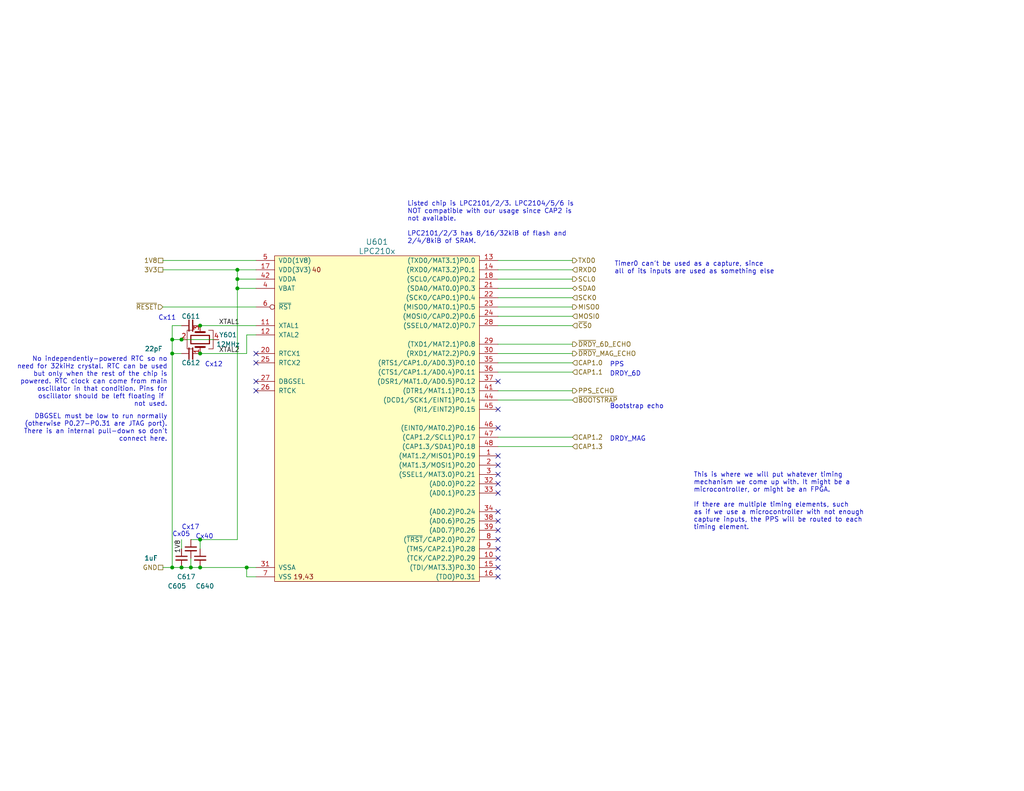
<source format=kicad_sch>
(kicad_sch (version 20230121) (generator eeschema)
  (paper "USLetter")
  (title_block (title "Rollercoasterometer") (date "2022-10-07") (company "Kwan Systems"))
  (lib_symbols
    (symbol "Device:C_Small" (pin_numbers hide) (pin_names (offset 0.254) hide)
      (property "Reference" "C" (at 0.254 1.778 0))
      (property "Value" "C_Small" (at 0.254 -2.032 0))
      (symbol "C_Small_0_1"
        (polyline (pts (xy -1.524 -0.508) (xy 1.524 -0.508)) (stroke (width 0.3302)))
        (polyline (pts (xy -1.524 0.508) (xy 1.524 0.508)) (stroke (width 0.3048)))
      )
      (symbol "C_Small_1_1"
        (pin passive line (at 0 2.54 270) (length 2.032) (name "~") (number "1"))
        (pin passive line (at 0 -2.54 90) (length 2.032) (name "~") (number "2"))
      )
    )
    (symbol "Device:Crystal_GND24" (pin_names (offset 1.016) hide)
      (property "Reference" "Y" (at 3.175 5.08 0))
      (property "Value" "Crystal_GND24" (at 3.175 3.175 0))
      (symbol "Crystal_GND24_0_1"
        (rectangle (start -1.143 2.54) (end 1.143 -2.54) (stroke (width 0.3048)))
        (polyline (pts (xy -2.54 0) (xy -2.032 0)))
        (polyline (pts (xy -2.032 -1.27) (xy -2.032 1.27)) (stroke (width 0.508)))
        (polyline (pts (xy 0 -3.81) (xy 0 -3.556)))
        (polyline (pts (xy 0 3.556) (xy 0 3.81)))
        (polyline (pts (xy 2.032 -1.27) (xy 2.032 1.27)) (stroke (width 0.508)))
        (polyline (pts (xy 2.032 0) (xy 2.54 0)))
        (polyline (pts (xy -2.54 -2.286) (xy -2.54 -3.556) (xy 2.54 -3.556) (xy 2.54 -2.286)))
        (polyline (pts (xy -2.54 2.286) (xy -2.54 3.556) (xy 2.54 3.556) (xy 2.54 2.286)))
      )
      (symbol "Crystal_GND24_1_1"
        (pin passive line (at -3.81 0 0) (length 1.27) (name "1") (number "1"))
        (pin passive line (at 0 5.08 270) (length 1.27) (name "2") (number "2"))
        (pin passive line (at 3.81 0 180) (length 1.27) (name "3") (number "3"))
        (pin passive line (at 0 -5.08 90) (length 1.27) (name "4") (number "4"))
      )
    )
    (symbol "KwanSystems:LPC2103" (pin_names (offset 1.016))
      (property "Reference" "U1201" (at 33.02 38.3741 0))
      (property "Value" "LPC2103" (at 33.02 35.3807 0))
      (symbol "LPC2103_0_0"
        (text "19,43" (at 10.16 -53.34 0) (effects (font (size 1.27 1.27)) (justify left)))
        (text "40" (at 16.51 30.48 0) (effects (font (size 1.27 1.27))))
      )
      (symbol "LPC2103_0_1"
        (rectangle (start 5.08 34.29) (end 60.96 -54.61) (fill (type background)))
      )
      (symbol "LPC2103_1_1"
        (pin bidirectional line (at 66.04 -20.32 180) (length 5.08) (name "(MAT1.2/MISO1)P0.19") (number "1"))
        (pin bidirectional line (at 66.04 -48.26 180) (length 5.08) (name "(TCK/CAP2.2)P0.29") (number "10"))
        (pin input line (at 0 15.24 0) (length 5.08) (name "XTAL1") (number "11"))
        (pin output line (at 0 12.7 0) (length 5.08) (name "XTAL2") (number "12"))
        (pin bidirectional line (at 66.04 33.02 180) (length 5.08) (name "(TXD0/MAT3.1)P0.0") (number "13"))
        (pin bidirectional line (at 66.04 30.48 180) (length 5.08) (name "(RXD0/MAT3.2)P0.1") (number "14"))
        (pin bidirectional line (at 66.04 -50.8 180) (length 5.08) (name "(TDI/MAT3.3)P0.30") (number "15"))
        (pin bidirectional line (at 66.04 -53.34 180) (length 5.08) (name "(TDO)P0.31") (number "16"))
        (pin power_in line (at 0 30.48 0) (length 5.08) (name "VDD(3V3)") (number "17"))
        (pin bidirectional line (at 66.04 27.94 180) (length 5.08) (name "(SCL0/CAP0.0)P0.2") (number "18"))
        (pin power_in line (at 0 -53.34 0) (length 5.08) hide (name "VSS") (number "19"))
        (pin bidirectional line (at 66.04 -22.86 180) (length 5.08) (name "(MAT1.3/MOSI1)P0.20") (number "2"))
        (pin input line (at 0 7.62 0) (length 5.08) (name "RTCX1") (number "20"))
        (pin bidirectional line (at 66.04 25.4 180) (length 5.08) (name "(SDA0/MAT0.0)P0.3") (number "21"))
        (pin bidirectional line (at 66.04 22.86 180) (length 5.08) (name "(SCK0/CAP0.1)P0.4") (number "22"))
        (pin bidirectional line (at 66.04 20.32 180) (length 5.08) (name "(MISO0/MAT0.1)P0.5") (number "23"))
        (pin bidirectional line (at 66.04 17.78 180) (length 5.08) (name "(MOSI0/CAP0.2)P0.6") (number "24"))
        (pin output line (at 0 5.08 0) (length 5.08) (name "RTCX2") (number "25"))
        (pin bidirectional line (at 0 -2.54 0) (length 5.08) (name "RTCK") (number "26"))
        (pin input line (at 0 0 0) (length 5.08) (name "DBGSEL") (number "27"))
        (pin bidirectional line (at 66.04 15.24 180) (length 5.08) (name "(SSEL0/MAT2.0)P0.7") (number "28"))
        (pin bidirectional line (at 66.04 10.16 180) (length 5.08) (name "(TXD1/MAT2.1)P0.8") (number "29"))
        (pin bidirectional line (at 66.04 -25.4 180) (length 5.08) (name "(SSEL1/MAT3.0)P0.21") (number "3"))
        (pin bidirectional line (at 66.04 7.62 180) (length 5.08) (name "(RXD1/MAT2.2)P0.9") (number "30"))
        (pin power_in line (at 0 -50.8 0) (length 5.08) (name "VSSA") (number "31"))
        (pin bidirectional line (at 66.04 -27.94 180) (length 5.08) (name "(AD0.0)P0.22") (number "32"))
        (pin bidirectional line (at 66.04 -30.48 180) (length 5.08) (name "(AD0.1)P0.23") (number "33"))
        (pin bidirectional line (at 66.04 -35.56 180) (length 5.08) (name "(AD0.2)P0.24") (number "34"))
        (pin bidirectional line (at 66.04 5.08 180) (length 5.08) (name "(RTS1/CAP1.0/AD0.3)P0.10") (number "35"))
        (pin bidirectional line (at 66.04 2.54 180) (length 5.08) (name "(CTS1/CAP1.1/AD0.4)P0.11") (number "36"))
        (pin bidirectional line (at 66.04 0 180) (length 5.08) (name "(DSR1/MAT1.0/AD0.5)P0.12") (number "37"))
        (pin bidirectional line (at 66.04 -38.1 180) (length 5.08) (name "(AD0.6)P0.25") (number "38"))
        (pin bidirectional line (at 66.04 -40.64 180) (length 5.08) (name "(AD0.7)P0.26") (number "39"))
        (pin power_in line (at 0 25.4 0) (length 5.08) (name "VBAT") (number "4"))
        (pin power_in line (at 0 30.48 0) (length 5.08) hide (name "VDD(3V3)") (number "40"))
        (pin bidirectional line (at 66.04 -2.54 180) (length 5.08) (name "(DTR1/MAT1.1)P0.13") (number "41"))
        (pin power_in line (at 0 27.94 0) (length 5.08) (name "VDDA") (number "42"))
        (pin power_in line (at 0 -53.34 0) (length 5.08) hide (name "VSS") (number "43"))
        (pin bidirectional line (at 66.04 -5.08 180) (length 5.08) (name "(DCD1/SCK1/EINT1)P0.14") (number "44"))
        (pin bidirectional line (at 66.04 -7.62 180) (length 5.08) (name "(RI1/EINT2)P0.15") (number "45"))
        (pin bidirectional line (at 66.04 -12.7 180) (length 5.08) (name "(EINT0/MAT0.2)P0.16") (number "46"))
        (pin bidirectional line (at 66.04 -15.24 180) (length 5.08) (name "(CAP1.2/SCL1)P0.17") (number "47"))
        (pin bidirectional line (at 66.04 -17.78 180) (length 5.08) (name "(CAP1.3/SDA1)P0.18") (number "48"))
        (pin power_in line (at 0 33.02 0) (length 5.08) (name "VDD(1V8)") (number "5"))
        (pin bidirectional inverted (at 0 20.32 0) (length 5.08) (name "~{RST}") (number "6"))
        (pin power_in line (at 0 -53.34 0) (length 5.08) (name "VSS") (number "7"))
        (pin bidirectional line (at 66.04 -43.18 180) (length 5.08) (name "(~{TRST}/CAP2.0)P0.27") (number "8"))
        (pin bidirectional line (at 66.04 -45.72 180) (length 5.08) (name "(TMS/CAP2.1)P0.28") (number "9"))
      )
    )
  )
  (junction (at 49.53 92.71))
  (junction (at 46.99 154.94))
  (junction (at 54.61 147.32))
  (junction (at 54.61 154.94))
  (junction (at 52.07 154.94))
  (junction (at 46.99 92.71))
  (junction (at 46.99 96.52))
  (junction (at 49.53 154.94))
  (junction (at 64.77 76.2))
  (junction (at 54.61 96.52))
  (junction (at 64.77 78.74))
  (junction (at 54.61 88.9))
  (junction (at 67.31 154.94))
  (junction (at 64.77 73.66))
  (no_connect (at 135.89 124.46))
  (no_connect (at 135.89 127))
  (no_connect (at 135.89 129.54))
  (no_connect (at 135.89 132.08))
  (no_connect (at 135.89 134.62))
  (no_connect (at 135.89 139.7))
  (no_connect (at 135.89 142.24))
  (no_connect (at 135.89 104.14))
  (no_connect (at 135.89 111.76))
  (no_connect (at 135.89 116.84))
  (no_connect (at 135.89 152.4))
  (no_connect (at 69.85 104.14))
  (no_connect (at 69.85 99.06))
  (no_connect (at 135.89 154.94))
  (no_connect (at 69.85 96.52))
  (no_connect (at 69.85 106.68))
  (no_connect (at 135.89 147.32))
  (no_connect (at 135.89 149.86))
  (no_connect (at 135.89 157.48))
  (no_connect (at 135.89 144.78))
  (wire (pts (xy 135.89 73.66) (xy 156.21 73.66)))
  (wire (pts (xy 54.61 147.32) (xy 54.61 149.86)))
  (wire (pts (xy 64.77 76.2) (xy 69.85 76.2)))
  (wire (pts (xy 135.89 99.06) (xy 156.21 99.06)))
  (wire (pts (xy 49.53 88.9) (xy 46.99 88.9)))
  (wire (pts (xy 46.99 92.71) (xy 46.99 96.52)))
  (wire (pts (xy 49.53 154.94) (xy 52.07 154.94)))
  (wire (pts (xy 49.53 147.32) (xy 49.53 149.86)))
  (wire (pts (xy 52.07 154.94) (xy 54.61 154.94)))
  (wire (pts (xy 44.45 73.66) (xy 64.77 73.66)))
  (wire (pts (xy 49.53 92.71) (xy 59.69 92.71)))
  (wire (pts (xy 64.77 78.74) (xy 69.85 78.74)))
  (wire (pts (xy 135.89 121.92) (xy 156.21 121.92)))
  (wire (pts (xy 54.61 147.32) (xy 52.07 147.32)))
  (wire (pts (xy 54.61 154.94) (xy 67.31 154.94)))
  (wire (pts (xy 67.31 157.48) (xy 69.85 157.48)))
  (wire (pts (xy 135.89 88.9) (xy 156.21 88.9)))
  (wire (pts (xy 46.99 92.71) (xy 49.53 92.71)))
  (wire (pts (xy 64.77 78.74) (xy 64.77 147.32)))
  (wire (pts (xy 64.77 73.66) (xy 69.85 73.66)))
  (wire (pts (xy 135.89 119.38) (xy 156.21 119.38)))
  (wire (pts (xy 44.45 154.94) (xy 46.99 154.94)))
  (wire (pts (xy 67.31 154.94) (xy 69.85 154.94)))
  (wire (pts (xy 135.89 96.52) (xy 156.21 96.52)))
  (wire (pts (xy 46.99 154.94) (xy 49.53 154.94)))
  (wire (pts (xy 44.45 71.12) (xy 69.85 71.12)))
  (wire (pts (xy 67.31 96.52) (xy 54.61 96.52)))
  (wire (pts (xy 135.89 83.82) (xy 156.21 83.82)))
  (wire (pts (xy 64.77 76.2) (xy 64.77 73.66)))
  (wire (pts (xy 135.89 109.22) (xy 156.21 109.22)))
  (wire (pts (xy 46.99 96.52) (xy 49.53 96.52)))
  (wire (pts (xy 44.45 83.82) (xy 69.85 83.82)))
  (wire (pts (xy 135.89 71.12) (xy 156.21 71.12)))
  (wire (pts (xy 67.31 91.44) (xy 67.31 96.52)))
  (wire (pts (xy 69.85 91.44) (xy 67.31 91.44)))
  (wire (pts (xy 67.31 154.94) (xy 67.31 157.48)))
  (wire (pts (xy 135.89 86.36) (xy 156.21 86.36)))
  (wire (pts (xy 135.89 78.74) (xy 156.21 78.74)))
  (wire (pts (xy 135.89 93.98) (xy 156.21 93.98)))
  (wire (pts (xy 135.89 81.28) (xy 156.21 81.28)))
  (wire (pts (xy 135.89 76.2) (xy 156.21 76.2)))
  (wire (pts (xy 54.61 88.9) (xy 69.85 88.9)))
  (wire (pts (xy 135.89 101.6) (xy 156.21 101.6)))
  (wire (pts (xy 52.07 152.4) (xy 52.07 154.94)))
  (wire (pts (xy 64.77 76.2) (xy 64.77 78.74)))
  (wire (pts (xy 135.89 106.68) (xy 156.21 106.68)))
  (wire (pts (xy 46.99 96.52) (xy 46.99 154.94)))
  (wire (pts (xy 54.61 147.32) (xy 64.77 147.32)))
  (wire (pts (xy 46.99 88.9) (xy 46.99 92.71)))
  (text "No independently-powered RTC so no\nneed for 32kiHz crystal. RTC can be used\nbut only when the rest of the chip is\npowered. RTC clock can come from main\noscillator in that condition. Pins for\noscillator should be left floating if \nnot used." (at 45.72 111.125 0) (effects (font (size 1.27 1.27)) (justify right bottom)))
  (text "Listed chip is LPC2101/2/3. LPC2104/5/6 is \nNOT compatible with our usage since CAP2 is\nnot available.\n\nLPC2101/2/3 has 8/16/32kiB of flash and \n2/4/8kiB of SRAM." (at 111.125 66.675 0) (effects (font (size 1.27 1.27)) (justify left bottom)))
  (text "PPS" (at 166.37 100.33 0) (effects (font (size 1.27 1.27)) (justify left bottom)))
  (text "Cx05" (at 46.99 146.685 0) (effects (font (size 1.27 1.27)) (justify left bottom)))
  (text "Timer0 can't be used as a capture, since\nall of its inputs are used as something else" (at 167.64 74.93 0) (effects (font (size 1.27 1.27)) (justify left bottom)))
  (text "DRDY_6D" (at 166.37 102.87 0) (effects (font (size 1.27 1.27)) (justify left bottom)))
  (text "Cx12" (at 55.88 100.33 0) (effects (font (size 1.27 1.27)) (justify left bottom)))
  (text "DBGSEL must be low to run normally\n(otherwise P0.27-P0.31 are JTAG port).\nThere is an internal pull-down so don't\nconnect here." (at 45.72 120.65 0) (effects (font (size 1.27 1.27)) (justify right bottom)))
  (text "DRDY_MAG" (at 166.37 120.65 0) (effects (font (size 1.27 1.27)) (justify left bottom)))
  (text "Cx17" (at 49.53 144.78 0) (effects (font (size 1.27 1.27)) (justify left bottom)))
  (text "This is where we will put whatever timing\nmechanism we come up with. It might be a\nmicrocontroller, or might be an FPGA.\n\nIf there are multiple timing elements, such\nas if we use a microcontroller with not enough\ncapture inputs, the PPS will be routed to each\ntiming element." (at 189.23 144.78 0) (effects (font (size 1.27 1.27)) (justify left bottom)))
  (text "Cx11" (at 43.18 87.63 0) (effects (font (size 1.27 1.27)) (justify left bottom)))
  (text "Cx40" (at 53.34 147.32 0) (effects (font (size 1.27 1.27)) (justify left bottom)))
  (text "Bootstrap echo" (at 166.37 111.76 0) (effects (font (size 1.27 1.27)) (justify left bottom)))
  (label "XTAL1" (at 59.69 88.9 0))
  (label "1V8" (at 49.53 147.32 270))
  (label "XTAL2" (at 59.69 96.52 0))
  (hierarchical_label "MOSI0" (shape input) (at 156.21 86.36 0))
  (hierarchical_label "~{DRDY}_MAG_ECHO" (shape output) (at 156.21 96.52 0))
  (hierarchical_label "CAP1.0" (shape input) (at 156.21 99.06 0))
  (hierarchical_label "SDA0" (shape bidirectional) (at 156.21 78.74 0))
  (hierarchical_label "3V3" (shape passive) (at 44.45 73.66 180))
  (hierarchical_label "~{RESET}" (shape input) (at 44.45 83.82 180))
  (hierarchical_label "SCL0" (shape output) (at 156.21 76.2 0))
  (hierarchical_label "CAP1.2" (shape input) (at 156.21 119.38 0))
  (hierarchical_label "CAP1.1" (shape input) (at 156.21 101.6 0))
  (hierarchical_label "1V8" (shape passive) (at 44.45 71.12 180))
  (hierarchical_label "~{BOOTSTRAP}" (shape input) (at 156.21 109.22 0))
  (hierarchical_label "SCK0" (shape input) (at 156.21 81.28 0))
  (hierarchical_label "PPS_ECHO" (shape output) (at 156.21 106.68 0))
  (hierarchical_label "CAP1.3" (shape input) (at 156.21 121.92 0))
  (hierarchical_label "GND" (shape passive) (at 44.45 154.94 180))
  (hierarchical_label "MISO0" (shape output) (at 156.21 83.82 0))
  (hierarchical_label "~{CS}0" (shape input) (at 156.21 88.9 0))
  (hierarchical_label "RXD0" (shape input) (at 156.21 73.66 0))
  (hierarchical_label "TXD0" (shape output) (at 156.21 71.12 0))
  (hierarchical_label "~{DRDY}_6D_ECHO" (shape output) (at 156.21 93.98 0))
  (symbol (lib_id "Device:C_Small") (at 49.53 152.4 0) (unit 1)
    (property "Reference" "C605" (at 45.72 160.02 0) (effects (justify left)))
    (property "Value" "1uF" (at 39.37 152.4 0) (effects (justify left)))
    (property "Footprint" "Capacitor_SMD:C_0603_1608Metric" (effects hide))
    (property "Datasheet" "https://connect.kemet.com:7667/gateway/IntelliData-ComponentDocumentation/1.0/download/datasheet/C0603C105K4PACTU" (effects hide))
    (property "Digikey" "399-C0603C105K4PAC7411CT-ND" (effects hide))
    (property "Number on hand" "24" (effects hide))
    (property "Mouser" "80-C0603C105K4PAC" (effects hide))
    (property "Part Number" "C0603C105K4PAC" (effects hide))
  )
  (symbol (lib_id "Device:C_Small") (at 52.07 149.86 0) (unit 1)
    (property "Reference" "C617" (at 48.26 157.48 0) (effects (justify left)))
    (property "Value" "1uF" (at 39.37 152.4 0) (effects (justify left)))
    (property "Footprint" "Capacitor_SMD:C_0603_1608Metric" (effects hide))
    (property "Datasheet" "https://connect.kemet.com:7667/gateway/IntelliData-ComponentDocumentation/1.0/download/datasheet/C0603C105K4PACTU" (effects hide))
    (property "Digikey" "399-C0603C105K4PAC7411CT-ND" (effects hide))
    (property "Number on hand" "24" (effects hide))
    (property "Mouser" "80-C0603C105K4PAC" (effects hide))
    (property "Part Number" "C0603C105K4PAC" (effects hide))
  )
  (symbol (lib_id "Device:Crystal_GND24") (at 54.61 92.71 90) (unit 1)
    (property "Reference" "Y601" (at 62.23 91.44 90))
    (property "Value" "12MHz" (at 62.23 93.98 90))
    (property "Footprint" "Crystal:Crystal_SMD_Abracon_ABM8G-4Pin_3.2x2.5mm" (effects hide))
    (property "Datasheet" "https://abracon.com/Resonators/ABM8G.pdf" (effects hide))
    (property "Digikey" "535-14128-1-ND" (effects hide))
    (property "Part Number" "ABM8G-12.000MHZ-17-D2Y" (effects hide))
    (property "Load Capacitance" "18pF" (effects hide))
    (property "Temperature Range" "D - -40C ~ +85C" (effects hide))
    (property "Freq Tolerance" "2 - +/-20ppm" (effects hide))
    (property "Freq Stability" "Y - +/-30ppm" (effects hide))
    (property "Number on hand" "3" (effects hide))
    (property "Purpose" "Timer crystal" (effects hide))
    (property "Mouser" "815-ABM8G-12-18D2Y" (effects hide))
  )
  (symbol (lib_id "Device:C_Small") (at 52.07 96.52 90) (unit 1)
    (property "Reference" "C612" (at 52.07 99.06 90))
    (property "Value" "22pF" (at 41.91 95.25 90))
    (property "Footprint" "Capacitor_SMD:C_0603_1608Metric" (effects hide))
    (property "Datasheet" "https://connect.kemet.com:7667/gateway/IntelliData-ComponentDocumentation/1.0/download/datasheet/C0603C220J5RAC7867" (effects hide))
    (property "Digikey" "399-17583-1-ND" (effects hide))
    (property "Number on hand" "10" (effects hide))
    (property "Mouser" "80-C0603C220F5G" (effects hide))
    (property "Part Number" "C0603C220J5RAC" (effects hide))
  )
  (symbol (lib_id "Device:C_Small") (at 52.07 88.9 90) (unit 1)
    (property "Reference" "C611" (at 52.07 86.36 90))
    (property "Value" "22pF" (at 41.91 95.25 90))
    (property "Footprint" "Capacitor_SMD:C_0603_1608Metric" (effects hide))
    (property "Datasheet" "https://connect.kemet.com:7667/gateway/IntelliData-ComponentDocumentation/1.0/download/datasheet/C0603C220J5RAC7867" (effects hide))
    (property "Digikey" "399-17583-1-ND" (effects hide))
    (property "Number on hand" "10" (effects hide))
    (property "Mouser" "80-C0603C220F5G" (effects hide))
    (property "Part Number" "C0603C220J5RAC" (effects hide))
  )
  (symbol (lib_id "KwanSystems:LPC2103") (at 69.85 104.14 0) (unit 1)
    (property "Reference" "U601" (at 102.87 66.04 0) (effects (font (size 1.524 1.524))))
    (property "Value" "LPC210x" (at 102.87 68.58 0) (effects (font (size 1.524 1.524))))
    (property "Footprint" "Package_QFP:LQFP-48_7x7mm_P0.5mm" (effects hide))
    (property "Digikey" "LPC2102FBD48,118-ND" (effects hide))
    (property "Purpose" "Timer" (effects hide))
    (property "Number on hand" "3" (effects hide))
    (property "Mouser" "771-LPC2102FBD48-S" (effects hide))
    (property "Part Number" "LPC2102FBD48,151" (effects hide))
  )
  (symbol (lib_id "Device:C_Small") (at 54.61 152.4 0) (unit 1)
    (property "Reference" "C640" (at 53.34 160.02 0) (effects (justify left)))
    (property "Value" "1uF" (at 39.37 152.4 0) (effects (justify left)))
    (property "Footprint" "Capacitor_SMD:C_0603_1608Metric" (effects hide))
    (property "Datasheet" "https://connect.kemet.com:7667/gateway/IntelliData-ComponentDocumentation/1.0/download/datasheet/C0603C105K4PACTU" (effects hide))
    (property "Digikey" "399-C0603C105K4PAC7411CT-ND" (effects hide))
    (property "Number on hand" "24" (effects hide))
    (property "Mouser" "80-C0603C105K4PAC" (effects hide))
    (property "Part Number" "C0603C105K4PAC" (effects hide))
  )
)
</source>
